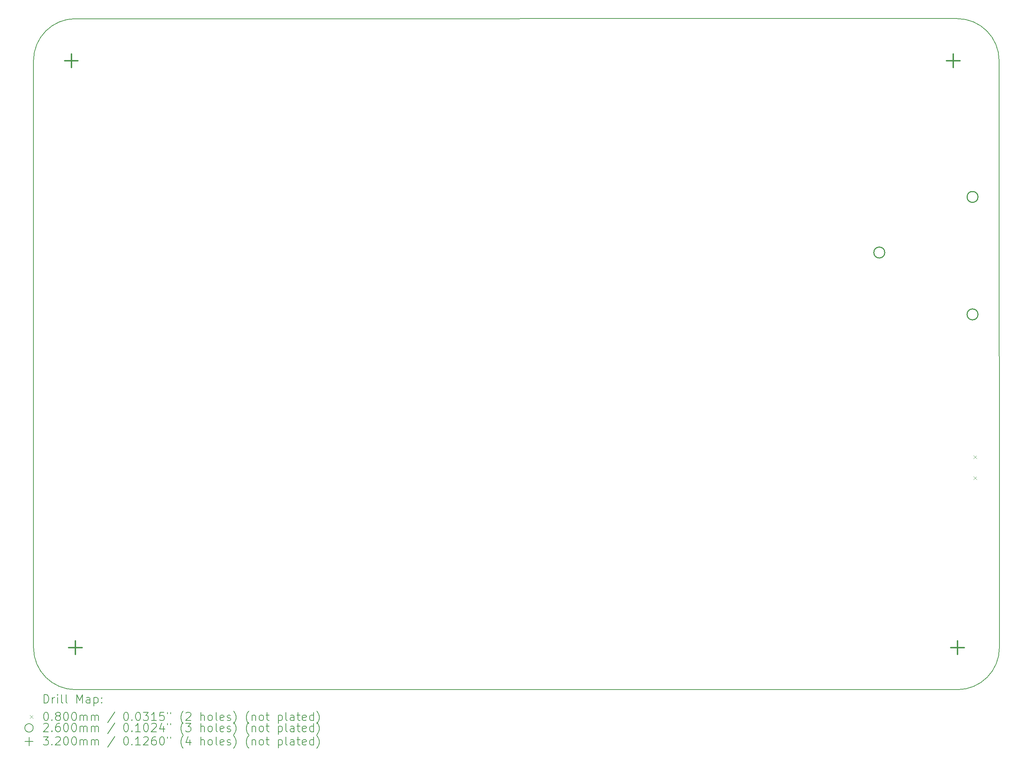
<source format=gbr>
%TF.GenerationSoftware,KiCad,Pcbnew,(6.0.7-1)-1*%
%TF.CreationDate,2022-09-13T21:28:01+02:00*%
%TF.ProjectId,LivSynth_Hardware,4c697653-796e-4746-985f-486172647761,0v01*%
%TF.SameCoordinates,Original*%
%TF.FileFunction,Drillmap*%
%TF.FilePolarity,Positive*%
%FSLAX45Y45*%
G04 Gerber Fmt 4.5, Leading zero omitted, Abs format (unit mm)*
G04 Created by KiCad (PCBNEW (6.0.7-1)-1) date 2022-09-13 21:28:01*
%MOMM*%
%LPD*%
G01*
G04 APERTURE LIST*
%ADD10C,0.150000*%
%ADD11C,0.200000*%
%ADD12C,0.080000*%
%ADD13C,0.260000*%
%ADD14C,0.320000*%
G04 APERTURE END LIST*
D10*
X30992893Y-7800000D02*
X31000000Y-21792893D01*
X7999997Y-21792893D02*
G75*
G03*
X9000000Y-22792893I1000003J3D01*
G01*
X9000000Y-6801500D02*
X29992893Y-6800000D01*
X30000000Y-22792890D02*
G75*
G03*
X31000000Y-21792893I0J1000000D01*
G01*
X8000000Y-21792893D02*
X8000000Y-7801500D01*
X9000000Y-22792893D02*
X30000000Y-22792893D01*
X9000000Y-6801500D02*
G75*
G03*
X8000000Y-7801500I0J-1000000D01*
G01*
X30992890Y-7800000D02*
G75*
G03*
X29992893Y-6800000I-1000000J0D01*
G01*
D11*
D12*
X30380000Y-17210000D02*
X30460000Y-17290000D01*
X30460000Y-17210000D02*
X30380000Y-17290000D01*
X30380000Y-17710000D02*
X30460000Y-17790000D01*
X30460000Y-17710000D02*
X30380000Y-17790000D01*
D13*
X28270000Y-12375000D02*
G75*
G03*
X28270000Y-12375000I-130000J0D01*
G01*
X30490000Y-11050000D02*
G75*
G03*
X30490000Y-11050000I-130000J0D01*
G01*
X30490000Y-13850000D02*
G75*
G03*
X30490000Y-13850000I-130000J0D01*
G01*
D14*
X8900000Y-7641500D02*
X8900000Y-7961500D01*
X8740000Y-7801500D02*
X9060000Y-7801500D01*
X9000000Y-21632893D02*
X9000000Y-21952893D01*
X8840000Y-21792893D02*
X9160000Y-21792893D01*
X29900000Y-7641500D02*
X29900000Y-7961500D01*
X29740000Y-7801500D02*
X30060000Y-7801500D01*
X30000000Y-21632893D02*
X30000000Y-21952893D01*
X29840000Y-21792893D02*
X30160000Y-21792893D01*
D11*
X8250119Y-23110869D02*
X8250119Y-22910869D01*
X8297738Y-22910869D01*
X8326309Y-22920393D01*
X8345357Y-22939441D01*
X8354881Y-22958488D01*
X8364405Y-22996584D01*
X8364405Y-23025155D01*
X8354881Y-23063250D01*
X8345357Y-23082298D01*
X8326309Y-23101345D01*
X8297738Y-23110869D01*
X8250119Y-23110869D01*
X8450119Y-23110869D02*
X8450119Y-22977536D01*
X8450119Y-23015631D02*
X8459643Y-22996584D01*
X8469167Y-22987060D01*
X8488214Y-22977536D01*
X8507262Y-22977536D01*
X8573929Y-23110869D02*
X8573929Y-22977536D01*
X8573929Y-22910869D02*
X8564405Y-22920393D01*
X8573929Y-22929917D01*
X8583452Y-22920393D01*
X8573929Y-22910869D01*
X8573929Y-22929917D01*
X8697738Y-23110869D02*
X8678690Y-23101345D01*
X8669167Y-23082298D01*
X8669167Y-22910869D01*
X8802500Y-23110869D02*
X8783452Y-23101345D01*
X8773929Y-23082298D01*
X8773929Y-22910869D01*
X9031071Y-23110869D02*
X9031071Y-22910869D01*
X9097738Y-23053726D01*
X9164405Y-22910869D01*
X9164405Y-23110869D01*
X9345357Y-23110869D02*
X9345357Y-23006107D01*
X9335833Y-22987060D01*
X9316786Y-22977536D01*
X9278690Y-22977536D01*
X9259643Y-22987060D01*
X9345357Y-23101345D02*
X9326310Y-23110869D01*
X9278690Y-23110869D01*
X9259643Y-23101345D01*
X9250119Y-23082298D01*
X9250119Y-23063250D01*
X9259643Y-23044203D01*
X9278690Y-23034679D01*
X9326310Y-23034679D01*
X9345357Y-23025155D01*
X9440595Y-22977536D02*
X9440595Y-23177536D01*
X9440595Y-22987060D02*
X9459643Y-22977536D01*
X9497738Y-22977536D01*
X9516786Y-22987060D01*
X9526310Y-22996584D01*
X9535833Y-23015631D01*
X9535833Y-23072774D01*
X9526310Y-23091822D01*
X9516786Y-23101345D01*
X9497738Y-23110869D01*
X9459643Y-23110869D01*
X9440595Y-23101345D01*
X9621548Y-23091822D02*
X9631071Y-23101345D01*
X9621548Y-23110869D01*
X9612024Y-23101345D01*
X9621548Y-23091822D01*
X9621548Y-23110869D01*
X9621548Y-22987060D02*
X9631071Y-22996584D01*
X9621548Y-23006107D01*
X9612024Y-22996584D01*
X9621548Y-22987060D01*
X9621548Y-23006107D01*
D12*
X7912500Y-23400393D02*
X7992500Y-23480393D01*
X7992500Y-23400393D02*
X7912500Y-23480393D01*
D11*
X8288214Y-23330869D02*
X8307262Y-23330869D01*
X8326309Y-23340393D01*
X8335833Y-23349917D01*
X8345357Y-23368965D01*
X8354881Y-23407060D01*
X8354881Y-23454679D01*
X8345357Y-23492774D01*
X8335833Y-23511822D01*
X8326309Y-23521345D01*
X8307262Y-23530869D01*
X8288214Y-23530869D01*
X8269167Y-23521345D01*
X8259643Y-23511822D01*
X8250119Y-23492774D01*
X8240595Y-23454679D01*
X8240595Y-23407060D01*
X8250119Y-23368965D01*
X8259643Y-23349917D01*
X8269167Y-23340393D01*
X8288214Y-23330869D01*
X8440595Y-23511822D02*
X8450119Y-23521345D01*
X8440595Y-23530869D01*
X8431071Y-23521345D01*
X8440595Y-23511822D01*
X8440595Y-23530869D01*
X8564405Y-23416584D02*
X8545357Y-23407060D01*
X8535833Y-23397536D01*
X8526310Y-23378488D01*
X8526310Y-23368965D01*
X8535833Y-23349917D01*
X8545357Y-23340393D01*
X8564405Y-23330869D01*
X8602500Y-23330869D01*
X8621548Y-23340393D01*
X8631071Y-23349917D01*
X8640595Y-23368965D01*
X8640595Y-23378488D01*
X8631071Y-23397536D01*
X8621548Y-23407060D01*
X8602500Y-23416584D01*
X8564405Y-23416584D01*
X8545357Y-23426107D01*
X8535833Y-23435631D01*
X8526310Y-23454679D01*
X8526310Y-23492774D01*
X8535833Y-23511822D01*
X8545357Y-23521345D01*
X8564405Y-23530869D01*
X8602500Y-23530869D01*
X8621548Y-23521345D01*
X8631071Y-23511822D01*
X8640595Y-23492774D01*
X8640595Y-23454679D01*
X8631071Y-23435631D01*
X8621548Y-23426107D01*
X8602500Y-23416584D01*
X8764405Y-23330869D02*
X8783452Y-23330869D01*
X8802500Y-23340393D01*
X8812024Y-23349917D01*
X8821548Y-23368965D01*
X8831071Y-23407060D01*
X8831071Y-23454679D01*
X8821548Y-23492774D01*
X8812024Y-23511822D01*
X8802500Y-23521345D01*
X8783452Y-23530869D01*
X8764405Y-23530869D01*
X8745357Y-23521345D01*
X8735833Y-23511822D01*
X8726310Y-23492774D01*
X8716786Y-23454679D01*
X8716786Y-23407060D01*
X8726310Y-23368965D01*
X8735833Y-23349917D01*
X8745357Y-23340393D01*
X8764405Y-23330869D01*
X8954881Y-23330869D02*
X8973929Y-23330869D01*
X8992976Y-23340393D01*
X9002500Y-23349917D01*
X9012024Y-23368965D01*
X9021548Y-23407060D01*
X9021548Y-23454679D01*
X9012024Y-23492774D01*
X9002500Y-23511822D01*
X8992976Y-23521345D01*
X8973929Y-23530869D01*
X8954881Y-23530869D01*
X8935833Y-23521345D01*
X8926310Y-23511822D01*
X8916786Y-23492774D01*
X8907262Y-23454679D01*
X8907262Y-23407060D01*
X8916786Y-23368965D01*
X8926310Y-23349917D01*
X8935833Y-23340393D01*
X8954881Y-23330869D01*
X9107262Y-23530869D02*
X9107262Y-23397536D01*
X9107262Y-23416584D02*
X9116786Y-23407060D01*
X9135833Y-23397536D01*
X9164405Y-23397536D01*
X9183452Y-23407060D01*
X9192976Y-23426107D01*
X9192976Y-23530869D01*
X9192976Y-23426107D02*
X9202500Y-23407060D01*
X9221548Y-23397536D01*
X9250119Y-23397536D01*
X9269167Y-23407060D01*
X9278690Y-23426107D01*
X9278690Y-23530869D01*
X9373929Y-23530869D02*
X9373929Y-23397536D01*
X9373929Y-23416584D02*
X9383452Y-23407060D01*
X9402500Y-23397536D01*
X9431071Y-23397536D01*
X9450119Y-23407060D01*
X9459643Y-23426107D01*
X9459643Y-23530869D01*
X9459643Y-23426107D02*
X9469167Y-23407060D01*
X9488214Y-23397536D01*
X9516786Y-23397536D01*
X9535833Y-23407060D01*
X9545357Y-23426107D01*
X9545357Y-23530869D01*
X9935833Y-23321345D02*
X9764405Y-23578488D01*
X10192976Y-23330869D02*
X10212024Y-23330869D01*
X10231071Y-23340393D01*
X10240595Y-23349917D01*
X10250119Y-23368965D01*
X10259643Y-23407060D01*
X10259643Y-23454679D01*
X10250119Y-23492774D01*
X10240595Y-23511822D01*
X10231071Y-23521345D01*
X10212024Y-23530869D01*
X10192976Y-23530869D01*
X10173929Y-23521345D01*
X10164405Y-23511822D01*
X10154881Y-23492774D01*
X10145357Y-23454679D01*
X10145357Y-23407060D01*
X10154881Y-23368965D01*
X10164405Y-23349917D01*
X10173929Y-23340393D01*
X10192976Y-23330869D01*
X10345357Y-23511822D02*
X10354881Y-23521345D01*
X10345357Y-23530869D01*
X10335833Y-23521345D01*
X10345357Y-23511822D01*
X10345357Y-23530869D01*
X10478690Y-23330869D02*
X10497738Y-23330869D01*
X10516786Y-23340393D01*
X10526310Y-23349917D01*
X10535833Y-23368965D01*
X10545357Y-23407060D01*
X10545357Y-23454679D01*
X10535833Y-23492774D01*
X10526310Y-23511822D01*
X10516786Y-23521345D01*
X10497738Y-23530869D01*
X10478690Y-23530869D01*
X10459643Y-23521345D01*
X10450119Y-23511822D01*
X10440595Y-23492774D01*
X10431071Y-23454679D01*
X10431071Y-23407060D01*
X10440595Y-23368965D01*
X10450119Y-23349917D01*
X10459643Y-23340393D01*
X10478690Y-23330869D01*
X10612024Y-23330869D02*
X10735833Y-23330869D01*
X10669167Y-23407060D01*
X10697738Y-23407060D01*
X10716786Y-23416584D01*
X10726310Y-23426107D01*
X10735833Y-23445155D01*
X10735833Y-23492774D01*
X10726310Y-23511822D01*
X10716786Y-23521345D01*
X10697738Y-23530869D01*
X10640595Y-23530869D01*
X10621548Y-23521345D01*
X10612024Y-23511822D01*
X10926310Y-23530869D02*
X10812024Y-23530869D01*
X10869167Y-23530869D02*
X10869167Y-23330869D01*
X10850119Y-23359441D01*
X10831071Y-23378488D01*
X10812024Y-23388012D01*
X11107262Y-23330869D02*
X11012024Y-23330869D01*
X11002500Y-23426107D01*
X11012024Y-23416584D01*
X11031071Y-23407060D01*
X11078690Y-23407060D01*
X11097738Y-23416584D01*
X11107262Y-23426107D01*
X11116786Y-23445155D01*
X11116786Y-23492774D01*
X11107262Y-23511822D01*
X11097738Y-23521345D01*
X11078690Y-23530869D01*
X11031071Y-23530869D01*
X11012024Y-23521345D01*
X11002500Y-23511822D01*
X11192976Y-23330869D02*
X11192976Y-23368965D01*
X11269167Y-23330869D02*
X11269167Y-23368965D01*
X11564405Y-23607060D02*
X11554881Y-23597536D01*
X11535833Y-23568965D01*
X11526309Y-23549917D01*
X11516786Y-23521345D01*
X11507262Y-23473726D01*
X11507262Y-23435631D01*
X11516786Y-23388012D01*
X11526309Y-23359441D01*
X11535833Y-23340393D01*
X11554881Y-23311822D01*
X11564405Y-23302298D01*
X11631071Y-23349917D02*
X11640595Y-23340393D01*
X11659643Y-23330869D01*
X11707262Y-23330869D01*
X11726309Y-23340393D01*
X11735833Y-23349917D01*
X11745357Y-23368965D01*
X11745357Y-23388012D01*
X11735833Y-23416584D01*
X11621548Y-23530869D01*
X11745357Y-23530869D01*
X11983452Y-23530869D02*
X11983452Y-23330869D01*
X12069167Y-23530869D02*
X12069167Y-23426107D01*
X12059643Y-23407060D01*
X12040595Y-23397536D01*
X12012024Y-23397536D01*
X11992976Y-23407060D01*
X11983452Y-23416584D01*
X12192976Y-23530869D02*
X12173928Y-23521345D01*
X12164405Y-23511822D01*
X12154881Y-23492774D01*
X12154881Y-23435631D01*
X12164405Y-23416584D01*
X12173928Y-23407060D01*
X12192976Y-23397536D01*
X12221548Y-23397536D01*
X12240595Y-23407060D01*
X12250119Y-23416584D01*
X12259643Y-23435631D01*
X12259643Y-23492774D01*
X12250119Y-23511822D01*
X12240595Y-23521345D01*
X12221548Y-23530869D01*
X12192976Y-23530869D01*
X12373928Y-23530869D02*
X12354881Y-23521345D01*
X12345357Y-23502298D01*
X12345357Y-23330869D01*
X12526309Y-23521345D02*
X12507262Y-23530869D01*
X12469167Y-23530869D01*
X12450119Y-23521345D01*
X12440595Y-23502298D01*
X12440595Y-23426107D01*
X12450119Y-23407060D01*
X12469167Y-23397536D01*
X12507262Y-23397536D01*
X12526309Y-23407060D01*
X12535833Y-23426107D01*
X12535833Y-23445155D01*
X12440595Y-23464203D01*
X12612024Y-23521345D02*
X12631071Y-23530869D01*
X12669167Y-23530869D01*
X12688214Y-23521345D01*
X12697738Y-23502298D01*
X12697738Y-23492774D01*
X12688214Y-23473726D01*
X12669167Y-23464203D01*
X12640595Y-23464203D01*
X12621548Y-23454679D01*
X12612024Y-23435631D01*
X12612024Y-23426107D01*
X12621548Y-23407060D01*
X12640595Y-23397536D01*
X12669167Y-23397536D01*
X12688214Y-23407060D01*
X12764405Y-23607060D02*
X12773928Y-23597536D01*
X12792976Y-23568965D01*
X12802500Y-23549917D01*
X12812024Y-23521345D01*
X12821548Y-23473726D01*
X12821548Y-23435631D01*
X12812024Y-23388012D01*
X12802500Y-23359441D01*
X12792976Y-23340393D01*
X12773928Y-23311822D01*
X12764405Y-23302298D01*
X13126309Y-23607060D02*
X13116786Y-23597536D01*
X13097738Y-23568965D01*
X13088214Y-23549917D01*
X13078690Y-23521345D01*
X13069167Y-23473726D01*
X13069167Y-23435631D01*
X13078690Y-23388012D01*
X13088214Y-23359441D01*
X13097738Y-23340393D01*
X13116786Y-23311822D01*
X13126309Y-23302298D01*
X13202500Y-23397536D02*
X13202500Y-23530869D01*
X13202500Y-23416584D02*
X13212024Y-23407060D01*
X13231071Y-23397536D01*
X13259643Y-23397536D01*
X13278690Y-23407060D01*
X13288214Y-23426107D01*
X13288214Y-23530869D01*
X13412024Y-23530869D02*
X13392976Y-23521345D01*
X13383452Y-23511822D01*
X13373928Y-23492774D01*
X13373928Y-23435631D01*
X13383452Y-23416584D01*
X13392976Y-23407060D01*
X13412024Y-23397536D01*
X13440595Y-23397536D01*
X13459643Y-23407060D01*
X13469167Y-23416584D01*
X13478690Y-23435631D01*
X13478690Y-23492774D01*
X13469167Y-23511822D01*
X13459643Y-23521345D01*
X13440595Y-23530869D01*
X13412024Y-23530869D01*
X13535833Y-23397536D02*
X13612024Y-23397536D01*
X13564405Y-23330869D02*
X13564405Y-23502298D01*
X13573928Y-23521345D01*
X13592976Y-23530869D01*
X13612024Y-23530869D01*
X13831071Y-23397536D02*
X13831071Y-23597536D01*
X13831071Y-23407060D02*
X13850119Y-23397536D01*
X13888214Y-23397536D01*
X13907262Y-23407060D01*
X13916786Y-23416584D01*
X13926309Y-23435631D01*
X13926309Y-23492774D01*
X13916786Y-23511822D01*
X13907262Y-23521345D01*
X13888214Y-23530869D01*
X13850119Y-23530869D01*
X13831071Y-23521345D01*
X14040595Y-23530869D02*
X14021548Y-23521345D01*
X14012024Y-23502298D01*
X14012024Y-23330869D01*
X14202500Y-23530869D02*
X14202500Y-23426107D01*
X14192976Y-23407060D01*
X14173928Y-23397536D01*
X14135833Y-23397536D01*
X14116786Y-23407060D01*
X14202500Y-23521345D02*
X14183452Y-23530869D01*
X14135833Y-23530869D01*
X14116786Y-23521345D01*
X14107262Y-23502298D01*
X14107262Y-23483250D01*
X14116786Y-23464203D01*
X14135833Y-23454679D01*
X14183452Y-23454679D01*
X14202500Y-23445155D01*
X14269167Y-23397536D02*
X14345357Y-23397536D01*
X14297738Y-23330869D02*
X14297738Y-23502298D01*
X14307262Y-23521345D01*
X14326309Y-23530869D01*
X14345357Y-23530869D01*
X14488214Y-23521345D02*
X14469167Y-23530869D01*
X14431071Y-23530869D01*
X14412024Y-23521345D01*
X14402500Y-23502298D01*
X14402500Y-23426107D01*
X14412024Y-23407060D01*
X14431071Y-23397536D01*
X14469167Y-23397536D01*
X14488214Y-23407060D01*
X14497738Y-23426107D01*
X14497738Y-23445155D01*
X14402500Y-23464203D01*
X14669167Y-23530869D02*
X14669167Y-23330869D01*
X14669167Y-23521345D02*
X14650119Y-23530869D01*
X14612024Y-23530869D01*
X14592976Y-23521345D01*
X14583452Y-23511822D01*
X14573928Y-23492774D01*
X14573928Y-23435631D01*
X14583452Y-23416584D01*
X14592976Y-23407060D01*
X14612024Y-23397536D01*
X14650119Y-23397536D01*
X14669167Y-23407060D01*
X14745357Y-23607060D02*
X14754881Y-23597536D01*
X14773928Y-23568965D01*
X14783452Y-23549917D01*
X14792976Y-23521345D01*
X14802500Y-23473726D01*
X14802500Y-23435631D01*
X14792976Y-23388012D01*
X14783452Y-23359441D01*
X14773928Y-23340393D01*
X14754881Y-23311822D01*
X14745357Y-23302298D01*
X7992500Y-23704393D02*
G75*
G03*
X7992500Y-23704393I-100000J0D01*
G01*
X8240595Y-23613917D02*
X8250119Y-23604393D01*
X8269167Y-23594869D01*
X8316786Y-23594869D01*
X8335833Y-23604393D01*
X8345357Y-23613917D01*
X8354881Y-23632965D01*
X8354881Y-23652012D01*
X8345357Y-23680584D01*
X8231071Y-23794869D01*
X8354881Y-23794869D01*
X8440595Y-23775822D02*
X8450119Y-23785345D01*
X8440595Y-23794869D01*
X8431071Y-23785345D01*
X8440595Y-23775822D01*
X8440595Y-23794869D01*
X8621548Y-23594869D02*
X8583452Y-23594869D01*
X8564405Y-23604393D01*
X8554881Y-23613917D01*
X8535833Y-23642488D01*
X8526310Y-23680584D01*
X8526310Y-23756774D01*
X8535833Y-23775822D01*
X8545357Y-23785345D01*
X8564405Y-23794869D01*
X8602500Y-23794869D01*
X8621548Y-23785345D01*
X8631071Y-23775822D01*
X8640595Y-23756774D01*
X8640595Y-23709155D01*
X8631071Y-23690107D01*
X8621548Y-23680584D01*
X8602500Y-23671060D01*
X8564405Y-23671060D01*
X8545357Y-23680584D01*
X8535833Y-23690107D01*
X8526310Y-23709155D01*
X8764405Y-23594869D02*
X8783452Y-23594869D01*
X8802500Y-23604393D01*
X8812024Y-23613917D01*
X8821548Y-23632965D01*
X8831071Y-23671060D01*
X8831071Y-23718679D01*
X8821548Y-23756774D01*
X8812024Y-23775822D01*
X8802500Y-23785345D01*
X8783452Y-23794869D01*
X8764405Y-23794869D01*
X8745357Y-23785345D01*
X8735833Y-23775822D01*
X8726310Y-23756774D01*
X8716786Y-23718679D01*
X8716786Y-23671060D01*
X8726310Y-23632965D01*
X8735833Y-23613917D01*
X8745357Y-23604393D01*
X8764405Y-23594869D01*
X8954881Y-23594869D02*
X8973929Y-23594869D01*
X8992976Y-23604393D01*
X9002500Y-23613917D01*
X9012024Y-23632965D01*
X9021548Y-23671060D01*
X9021548Y-23718679D01*
X9012024Y-23756774D01*
X9002500Y-23775822D01*
X8992976Y-23785345D01*
X8973929Y-23794869D01*
X8954881Y-23794869D01*
X8935833Y-23785345D01*
X8926310Y-23775822D01*
X8916786Y-23756774D01*
X8907262Y-23718679D01*
X8907262Y-23671060D01*
X8916786Y-23632965D01*
X8926310Y-23613917D01*
X8935833Y-23604393D01*
X8954881Y-23594869D01*
X9107262Y-23794869D02*
X9107262Y-23661536D01*
X9107262Y-23680584D02*
X9116786Y-23671060D01*
X9135833Y-23661536D01*
X9164405Y-23661536D01*
X9183452Y-23671060D01*
X9192976Y-23690107D01*
X9192976Y-23794869D01*
X9192976Y-23690107D02*
X9202500Y-23671060D01*
X9221548Y-23661536D01*
X9250119Y-23661536D01*
X9269167Y-23671060D01*
X9278690Y-23690107D01*
X9278690Y-23794869D01*
X9373929Y-23794869D02*
X9373929Y-23661536D01*
X9373929Y-23680584D02*
X9383452Y-23671060D01*
X9402500Y-23661536D01*
X9431071Y-23661536D01*
X9450119Y-23671060D01*
X9459643Y-23690107D01*
X9459643Y-23794869D01*
X9459643Y-23690107D02*
X9469167Y-23671060D01*
X9488214Y-23661536D01*
X9516786Y-23661536D01*
X9535833Y-23671060D01*
X9545357Y-23690107D01*
X9545357Y-23794869D01*
X9935833Y-23585345D02*
X9764405Y-23842488D01*
X10192976Y-23594869D02*
X10212024Y-23594869D01*
X10231071Y-23604393D01*
X10240595Y-23613917D01*
X10250119Y-23632965D01*
X10259643Y-23671060D01*
X10259643Y-23718679D01*
X10250119Y-23756774D01*
X10240595Y-23775822D01*
X10231071Y-23785345D01*
X10212024Y-23794869D01*
X10192976Y-23794869D01*
X10173929Y-23785345D01*
X10164405Y-23775822D01*
X10154881Y-23756774D01*
X10145357Y-23718679D01*
X10145357Y-23671060D01*
X10154881Y-23632965D01*
X10164405Y-23613917D01*
X10173929Y-23604393D01*
X10192976Y-23594869D01*
X10345357Y-23775822D02*
X10354881Y-23785345D01*
X10345357Y-23794869D01*
X10335833Y-23785345D01*
X10345357Y-23775822D01*
X10345357Y-23794869D01*
X10545357Y-23794869D02*
X10431071Y-23794869D01*
X10488214Y-23794869D02*
X10488214Y-23594869D01*
X10469167Y-23623441D01*
X10450119Y-23642488D01*
X10431071Y-23652012D01*
X10669167Y-23594869D02*
X10688214Y-23594869D01*
X10707262Y-23604393D01*
X10716786Y-23613917D01*
X10726310Y-23632965D01*
X10735833Y-23671060D01*
X10735833Y-23718679D01*
X10726310Y-23756774D01*
X10716786Y-23775822D01*
X10707262Y-23785345D01*
X10688214Y-23794869D01*
X10669167Y-23794869D01*
X10650119Y-23785345D01*
X10640595Y-23775822D01*
X10631071Y-23756774D01*
X10621548Y-23718679D01*
X10621548Y-23671060D01*
X10631071Y-23632965D01*
X10640595Y-23613917D01*
X10650119Y-23604393D01*
X10669167Y-23594869D01*
X10812024Y-23613917D02*
X10821548Y-23604393D01*
X10840595Y-23594869D01*
X10888214Y-23594869D01*
X10907262Y-23604393D01*
X10916786Y-23613917D01*
X10926310Y-23632965D01*
X10926310Y-23652012D01*
X10916786Y-23680584D01*
X10802500Y-23794869D01*
X10926310Y-23794869D01*
X11097738Y-23661536D02*
X11097738Y-23794869D01*
X11050119Y-23585345D02*
X11002500Y-23728203D01*
X11126310Y-23728203D01*
X11192976Y-23594869D02*
X11192976Y-23632965D01*
X11269167Y-23594869D02*
X11269167Y-23632965D01*
X11564405Y-23871060D02*
X11554881Y-23861536D01*
X11535833Y-23832965D01*
X11526309Y-23813917D01*
X11516786Y-23785345D01*
X11507262Y-23737726D01*
X11507262Y-23699631D01*
X11516786Y-23652012D01*
X11526309Y-23623441D01*
X11535833Y-23604393D01*
X11554881Y-23575822D01*
X11564405Y-23566298D01*
X11621548Y-23594869D02*
X11745357Y-23594869D01*
X11678690Y-23671060D01*
X11707262Y-23671060D01*
X11726309Y-23680584D01*
X11735833Y-23690107D01*
X11745357Y-23709155D01*
X11745357Y-23756774D01*
X11735833Y-23775822D01*
X11726309Y-23785345D01*
X11707262Y-23794869D01*
X11650119Y-23794869D01*
X11631071Y-23785345D01*
X11621548Y-23775822D01*
X11983452Y-23794869D02*
X11983452Y-23594869D01*
X12069167Y-23794869D02*
X12069167Y-23690107D01*
X12059643Y-23671060D01*
X12040595Y-23661536D01*
X12012024Y-23661536D01*
X11992976Y-23671060D01*
X11983452Y-23680584D01*
X12192976Y-23794869D02*
X12173928Y-23785345D01*
X12164405Y-23775822D01*
X12154881Y-23756774D01*
X12154881Y-23699631D01*
X12164405Y-23680584D01*
X12173928Y-23671060D01*
X12192976Y-23661536D01*
X12221548Y-23661536D01*
X12240595Y-23671060D01*
X12250119Y-23680584D01*
X12259643Y-23699631D01*
X12259643Y-23756774D01*
X12250119Y-23775822D01*
X12240595Y-23785345D01*
X12221548Y-23794869D01*
X12192976Y-23794869D01*
X12373928Y-23794869D02*
X12354881Y-23785345D01*
X12345357Y-23766298D01*
X12345357Y-23594869D01*
X12526309Y-23785345D02*
X12507262Y-23794869D01*
X12469167Y-23794869D01*
X12450119Y-23785345D01*
X12440595Y-23766298D01*
X12440595Y-23690107D01*
X12450119Y-23671060D01*
X12469167Y-23661536D01*
X12507262Y-23661536D01*
X12526309Y-23671060D01*
X12535833Y-23690107D01*
X12535833Y-23709155D01*
X12440595Y-23728203D01*
X12612024Y-23785345D02*
X12631071Y-23794869D01*
X12669167Y-23794869D01*
X12688214Y-23785345D01*
X12697738Y-23766298D01*
X12697738Y-23756774D01*
X12688214Y-23737726D01*
X12669167Y-23728203D01*
X12640595Y-23728203D01*
X12621548Y-23718679D01*
X12612024Y-23699631D01*
X12612024Y-23690107D01*
X12621548Y-23671060D01*
X12640595Y-23661536D01*
X12669167Y-23661536D01*
X12688214Y-23671060D01*
X12764405Y-23871060D02*
X12773928Y-23861536D01*
X12792976Y-23832965D01*
X12802500Y-23813917D01*
X12812024Y-23785345D01*
X12821548Y-23737726D01*
X12821548Y-23699631D01*
X12812024Y-23652012D01*
X12802500Y-23623441D01*
X12792976Y-23604393D01*
X12773928Y-23575822D01*
X12764405Y-23566298D01*
X13126309Y-23871060D02*
X13116786Y-23861536D01*
X13097738Y-23832965D01*
X13088214Y-23813917D01*
X13078690Y-23785345D01*
X13069167Y-23737726D01*
X13069167Y-23699631D01*
X13078690Y-23652012D01*
X13088214Y-23623441D01*
X13097738Y-23604393D01*
X13116786Y-23575822D01*
X13126309Y-23566298D01*
X13202500Y-23661536D02*
X13202500Y-23794869D01*
X13202500Y-23680584D02*
X13212024Y-23671060D01*
X13231071Y-23661536D01*
X13259643Y-23661536D01*
X13278690Y-23671060D01*
X13288214Y-23690107D01*
X13288214Y-23794869D01*
X13412024Y-23794869D02*
X13392976Y-23785345D01*
X13383452Y-23775822D01*
X13373928Y-23756774D01*
X13373928Y-23699631D01*
X13383452Y-23680584D01*
X13392976Y-23671060D01*
X13412024Y-23661536D01*
X13440595Y-23661536D01*
X13459643Y-23671060D01*
X13469167Y-23680584D01*
X13478690Y-23699631D01*
X13478690Y-23756774D01*
X13469167Y-23775822D01*
X13459643Y-23785345D01*
X13440595Y-23794869D01*
X13412024Y-23794869D01*
X13535833Y-23661536D02*
X13612024Y-23661536D01*
X13564405Y-23594869D02*
X13564405Y-23766298D01*
X13573928Y-23785345D01*
X13592976Y-23794869D01*
X13612024Y-23794869D01*
X13831071Y-23661536D02*
X13831071Y-23861536D01*
X13831071Y-23671060D02*
X13850119Y-23661536D01*
X13888214Y-23661536D01*
X13907262Y-23671060D01*
X13916786Y-23680584D01*
X13926309Y-23699631D01*
X13926309Y-23756774D01*
X13916786Y-23775822D01*
X13907262Y-23785345D01*
X13888214Y-23794869D01*
X13850119Y-23794869D01*
X13831071Y-23785345D01*
X14040595Y-23794869D02*
X14021548Y-23785345D01*
X14012024Y-23766298D01*
X14012024Y-23594869D01*
X14202500Y-23794869D02*
X14202500Y-23690107D01*
X14192976Y-23671060D01*
X14173928Y-23661536D01*
X14135833Y-23661536D01*
X14116786Y-23671060D01*
X14202500Y-23785345D02*
X14183452Y-23794869D01*
X14135833Y-23794869D01*
X14116786Y-23785345D01*
X14107262Y-23766298D01*
X14107262Y-23747250D01*
X14116786Y-23728203D01*
X14135833Y-23718679D01*
X14183452Y-23718679D01*
X14202500Y-23709155D01*
X14269167Y-23661536D02*
X14345357Y-23661536D01*
X14297738Y-23594869D02*
X14297738Y-23766298D01*
X14307262Y-23785345D01*
X14326309Y-23794869D01*
X14345357Y-23794869D01*
X14488214Y-23785345D02*
X14469167Y-23794869D01*
X14431071Y-23794869D01*
X14412024Y-23785345D01*
X14402500Y-23766298D01*
X14402500Y-23690107D01*
X14412024Y-23671060D01*
X14431071Y-23661536D01*
X14469167Y-23661536D01*
X14488214Y-23671060D01*
X14497738Y-23690107D01*
X14497738Y-23709155D01*
X14402500Y-23728203D01*
X14669167Y-23794869D02*
X14669167Y-23594869D01*
X14669167Y-23785345D02*
X14650119Y-23794869D01*
X14612024Y-23794869D01*
X14592976Y-23785345D01*
X14583452Y-23775822D01*
X14573928Y-23756774D01*
X14573928Y-23699631D01*
X14583452Y-23680584D01*
X14592976Y-23671060D01*
X14612024Y-23661536D01*
X14650119Y-23661536D01*
X14669167Y-23671060D01*
X14745357Y-23871060D02*
X14754881Y-23861536D01*
X14773928Y-23832965D01*
X14783452Y-23813917D01*
X14792976Y-23785345D01*
X14802500Y-23737726D01*
X14802500Y-23699631D01*
X14792976Y-23652012D01*
X14783452Y-23623441D01*
X14773928Y-23604393D01*
X14754881Y-23575822D01*
X14745357Y-23566298D01*
X7892500Y-23924393D02*
X7892500Y-24124393D01*
X7792500Y-24024393D02*
X7992500Y-24024393D01*
X8231071Y-23914869D02*
X8354881Y-23914869D01*
X8288214Y-23991060D01*
X8316786Y-23991060D01*
X8335833Y-24000584D01*
X8345357Y-24010107D01*
X8354881Y-24029155D01*
X8354881Y-24076774D01*
X8345357Y-24095822D01*
X8335833Y-24105345D01*
X8316786Y-24114869D01*
X8259643Y-24114869D01*
X8240595Y-24105345D01*
X8231071Y-24095822D01*
X8440595Y-24095822D02*
X8450119Y-24105345D01*
X8440595Y-24114869D01*
X8431071Y-24105345D01*
X8440595Y-24095822D01*
X8440595Y-24114869D01*
X8526310Y-23933917D02*
X8535833Y-23924393D01*
X8554881Y-23914869D01*
X8602500Y-23914869D01*
X8621548Y-23924393D01*
X8631071Y-23933917D01*
X8640595Y-23952965D01*
X8640595Y-23972012D01*
X8631071Y-24000584D01*
X8516786Y-24114869D01*
X8640595Y-24114869D01*
X8764405Y-23914869D02*
X8783452Y-23914869D01*
X8802500Y-23924393D01*
X8812024Y-23933917D01*
X8821548Y-23952965D01*
X8831071Y-23991060D01*
X8831071Y-24038679D01*
X8821548Y-24076774D01*
X8812024Y-24095822D01*
X8802500Y-24105345D01*
X8783452Y-24114869D01*
X8764405Y-24114869D01*
X8745357Y-24105345D01*
X8735833Y-24095822D01*
X8726310Y-24076774D01*
X8716786Y-24038679D01*
X8716786Y-23991060D01*
X8726310Y-23952965D01*
X8735833Y-23933917D01*
X8745357Y-23924393D01*
X8764405Y-23914869D01*
X8954881Y-23914869D02*
X8973929Y-23914869D01*
X8992976Y-23924393D01*
X9002500Y-23933917D01*
X9012024Y-23952965D01*
X9021548Y-23991060D01*
X9021548Y-24038679D01*
X9012024Y-24076774D01*
X9002500Y-24095822D01*
X8992976Y-24105345D01*
X8973929Y-24114869D01*
X8954881Y-24114869D01*
X8935833Y-24105345D01*
X8926310Y-24095822D01*
X8916786Y-24076774D01*
X8907262Y-24038679D01*
X8907262Y-23991060D01*
X8916786Y-23952965D01*
X8926310Y-23933917D01*
X8935833Y-23924393D01*
X8954881Y-23914869D01*
X9107262Y-24114869D02*
X9107262Y-23981536D01*
X9107262Y-24000584D02*
X9116786Y-23991060D01*
X9135833Y-23981536D01*
X9164405Y-23981536D01*
X9183452Y-23991060D01*
X9192976Y-24010107D01*
X9192976Y-24114869D01*
X9192976Y-24010107D02*
X9202500Y-23991060D01*
X9221548Y-23981536D01*
X9250119Y-23981536D01*
X9269167Y-23991060D01*
X9278690Y-24010107D01*
X9278690Y-24114869D01*
X9373929Y-24114869D02*
X9373929Y-23981536D01*
X9373929Y-24000584D02*
X9383452Y-23991060D01*
X9402500Y-23981536D01*
X9431071Y-23981536D01*
X9450119Y-23991060D01*
X9459643Y-24010107D01*
X9459643Y-24114869D01*
X9459643Y-24010107D02*
X9469167Y-23991060D01*
X9488214Y-23981536D01*
X9516786Y-23981536D01*
X9535833Y-23991060D01*
X9545357Y-24010107D01*
X9545357Y-24114869D01*
X9935833Y-23905345D02*
X9764405Y-24162488D01*
X10192976Y-23914869D02*
X10212024Y-23914869D01*
X10231071Y-23924393D01*
X10240595Y-23933917D01*
X10250119Y-23952965D01*
X10259643Y-23991060D01*
X10259643Y-24038679D01*
X10250119Y-24076774D01*
X10240595Y-24095822D01*
X10231071Y-24105345D01*
X10212024Y-24114869D01*
X10192976Y-24114869D01*
X10173929Y-24105345D01*
X10164405Y-24095822D01*
X10154881Y-24076774D01*
X10145357Y-24038679D01*
X10145357Y-23991060D01*
X10154881Y-23952965D01*
X10164405Y-23933917D01*
X10173929Y-23924393D01*
X10192976Y-23914869D01*
X10345357Y-24095822D02*
X10354881Y-24105345D01*
X10345357Y-24114869D01*
X10335833Y-24105345D01*
X10345357Y-24095822D01*
X10345357Y-24114869D01*
X10545357Y-24114869D02*
X10431071Y-24114869D01*
X10488214Y-24114869D02*
X10488214Y-23914869D01*
X10469167Y-23943441D01*
X10450119Y-23962488D01*
X10431071Y-23972012D01*
X10621548Y-23933917D02*
X10631071Y-23924393D01*
X10650119Y-23914869D01*
X10697738Y-23914869D01*
X10716786Y-23924393D01*
X10726310Y-23933917D01*
X10735833Y-23952965D01*
X10735833Y-23972012D01*
X10726310Y-24000584D01*
X10612024Y-24114869D01*
X10735833Y-24114869D01*
X10907262Y-23914869D02*
X10869167Y-23914869D01*
X10850119Y-23924393D01*
X10840595Y-23933917D01*
X10821548Y-23962488D01*
X10812024Y-24000584D01*
X10812024Y-24076774D01*
X10821548Y-24095822D01*
X10831071Y-24105345D01*
X10850119Y-24114869D01*
X10888214Y-24114869D01*
X10907262Y-24105345D01*
X10916786Y-24095822D01*
X10926310Y-24076774D01*
X10926310Y-24029155D01*
X10916786Y-24010107D01*
X10907262Y-24000584D01*
X10888214Y-23991060D01*
X10850119Y-23991060D01*
X10831071Y-24000584D01*
X10821548Y-24010107D01*
X10812024Y-24029155D01*
X11050119Y-23914869D02*
X11069167Y-23914869D01*
X11088214Y-23924393D01*
X11097738Y-23933917D01*
X11107262Y-23952965D01*
X11116786Y-23991060D01*
X11116786Y-24038679D01*
X11107262Y-24076774D01*
X11097738Y-24095822D01*
X11088214Y-24105345D01*
X11069167Y-24114869D01*
X11050119Y-24114869D01*
X11031071Y-24105345D01*
X11021548Y-24095822D01*
X11012024Y-24076774D01*
X11002500Y-24038679D01*
X11002500Y-23991060D01*
X11012024Y-23952965D01*
X11021548Y-23933917D01*
X11031071Y-23924393D01*
X11050119Y-23914869D01*
X11192976Y-23914869D02*
X11192976Y-23952965D01*
X11269167Y-23914869D02*
X11269167Y-23952965D01*
X11564405Y-24191060D02*
X11554881Y-24181536D01*
X11535833Y-24152965D01*
X11526309Y-24133917D01*
X11516786Y-24105345D01*
X11507262Y-24057726D01*
X11507262Y-24019631D01*
X11516786Y-23972012D01*
X11526309Y-23943441D01*
X11535833Y-23924393D01*
X11554881Y-23895822D01*
X11564405Y-23886298D01*
X11726309Y-23981536D02*
X11726309Y-24114869D01*
X11678690Y-23905345D02*
X11631071Y-24048203D01*
X11754881Y-24048203D01*
X11983452Y-24114869D02*
X11983452Y-23914869D01*
X12069167Y-24114869D02*
X12069167Y-24010107D01*
X12059643Y-23991060D01*
X12040595Y-23981536D01*
X12012024Y-23981536D01*
X11992976Y-23991060D01*
X11983452Y-24000584D01*
X12192976Y-24114869D02*
X12173928Y-24105345D01*
X12164405Y-24095822D01*
X12154881Y-24076774D01*
X12154881Y-24019631D01*
X12164405Y-24000584D01*
X12173928Y-23991060D01*
X12192976Y-23981536D01*
X12221548Y-23981536D01*
X12240595Y-23991060D01*
X12250119Y-24000584D01*
X12259643Y-24019631D01*
X12259643Y-24076774D01*
X12250119Y-24095822D01*
X12240595Y-24105345D01*
X12221548Y-24114869D01*
X12192976Y-24114869D01*
X12373928Y-24114869D02*
X12354881Y-24105345D01*
X12345357Y-24086298D01*
X12345357Y-23914869D01*
X12526309Y-24105345D02*
X12507262Y-24114869D01*
X12469167Y-24114869D01*
X12450119Y-24105345D01*
X12440595Y-24086298D01*
X12440595Y-24010107D01*
X12450119Y-23991060D01*
X12469167Y-23981536D01*
X12507262Y-23981536D01*
X12526309Y-23991060D01*
X12535833Y-24010107D01*
X12535833Y-24029155D01*
X12440595Y-24048203D01*
X12612024Y-24105345D02*
X12631071Y-24114869D01*
X12669167Y-24114869D01*
X12688214Y-24105345D01*
X12697738Y-24086298D01*
X12697738Y-24076774D01*
X12688214Y-24057726D01*
X12669167Y-24048203D01*
X12640595Y-24048203D01*
X12621548Y-24038679D01*
X12612024Y-24019631D01*
X12612024Y-24010107D01*
X12621548Y-23991060D01*
X12640595Y-23981536D01*
X12669167Y-23981536D01*
X12688214Y-23991060D01*
X12764405Y-24191060D02*
X12773928Y-24181536D01*
X12792976Y-24152965D01*
X12802500Y-24133917D01*
X12812024Y-24105345D01*
X12821548Y-24057726D01*
X12821548Y-24019631D01*
X12812024Y-23972012D01*
X12802500Y-23943441D01*
X12792976Y-23924393D01*
X12773928Y-23895822D01*
X12764405Y-23886298D01*
X13126309Y-24191060D02*
X13116786Y-24181536D01*
X13097738Y-24152965D01*
X13088214Y-24133917D01*
X13078690Y-24105345D01*
X13069167Y-24057726D01*
X13069167Y-24019631D01*
X13078690Y-23972012D01*
X13088214Y-23943441D01*
X13097738Y-23924393D01*
X13116786Y-23895822D01*
X13126309Y-23886298D01*
X13202500Y-23981536D02*
X13202500Y-24114869D01*
X13202500Y-24000584D02*
X13212024Y-23991060D01*
X13231071Y-23981536D01*
X13259643Y-23981536D01*
X13278690Y-23991060D01*
X13288214Y-24010107D01*
X13288214Y-24114869D01*
X13412024Y-24114869D02*
X13392976Y-24105345D01*
X13383452Y-24095822D01*
X13373928Y-24076774D01*
X13373928Y-24019631D01*
X13383452Y-24000584D01*
X13392976Y-23991060D01*
X13412024Y-23981536D01*
X13440595Y-23981536D01*
X13459643Y-23991060D01*
X13469167Y-24000584D01*
X13478690Y-24019631D01*
X13478690Y-24076774D01*
X13469167Y-24095822D01*
X13459643Y-24105345D01*
X13440595Y-24114869D01*
X13412024Y-24114869D01*
X13535833Y-23981536D02*
X13612024Y-23981536D01*
X13564405Y-23914869D02*
X13564405Y-24086298D01*
X13573928Y-24105345D01*
X13592976Y-24114869D01*
X13612024Y-24114869D01*
X13831071Y-23981536D02*
X13831071Y-24181536D01*
X13831071Y-23991060D02*
X13850119Y-23981536D01*
X13888214Y-23981536D01*
X13907262Y-23991060D01*
X13916786Y-24000584D01*
X13926309Y-24019631D01*
X13926309Y-24076774D01*
X13916786Y-24095822D01*
X13907262Y-24105345D01*
X13888214Y-24114869D01*
X13850119Y-24114869D01*
X13831071Y-24105345D01*
X14040595Y-24114869D02*
X14021548Y-24105345D01*
X14012024Y-24086298D01*
X14012024Y-23914869D01*
X14202500Y-24114869D02*
X14202500Y-24010107D01*
X14192976Y-23991060D01*
X14173928Y-23981536D01*
X14135833Y-23981536D01*
X14116786Y-23991060D01*
X14202500Y-24105345D02*
X14183452Y-24114869D01*
X14135833Y-24114869D01*
X14116786Y-24105345D01*
X14107262Y-24086298D01*
X14107262Y-24067250D01*
X14116786Y-24048203D01*
X14135833Y-24038679D01*
X14183452Y-24038679D01*
X14202500Y-24029155D01*
X14269167Y-23981536D02*
X14345357Y-23981536D01*
X14297738Y-23914869D02*
X14297738Y-24086298D01*
X14307262Y-24105345D01*
X14326309Y-24114869D01*
X14345357Y-24114869D01*
X14488214Y-24105345D02*
X14469167Y-24114869D01*
X14431071Y-24114869D01*
X14412024Y-24105345D01*
X14402500Y-24086298D01*
X14402500Y-24010107D01*
X14412024Y-23991060D01*
X14431071Y-23981536D01*
X14469167Y-23981536D01*
X14488214Y-23991060D01*
X14497738Y-24010107D01*
X14497738Y-24029155D01*
X14402500Y-24048203D01*
X14669167Y-24114869D02*
X14669167Y-23914869D01*
X14669167Y-24105345D02*
X14650119Y-24114869D01*
X14612024Y-24114869D01*
X14592976Y-24105345D01*
X14583452Y-24095822D01*
X14573928Y-24076774D01*
X14573928Y-24019631D01*
X14583452Y-24000584D01*
X14592976Y-23991060D01*
X14612024Y-23981536D01*
X14650119Y-23981536D01*
X14669167Y-23991060D01*
X14745357Y-24191060D02*
X14754881Y-24181536D01*
X14773928Y-24152965D01*
X14783452Y-24133917D01*
X14792976Y-24105345D01*
X14802500Y-24057726D01*
X14802500Y-24019631D01*
X14792976Y-23972012D01*
X14783452Y-23943441D01*
X14773928Y-23924393D01*
X14754881Y-23895822D01*
X14745357Y-23886298D01*
M02*

</source>
